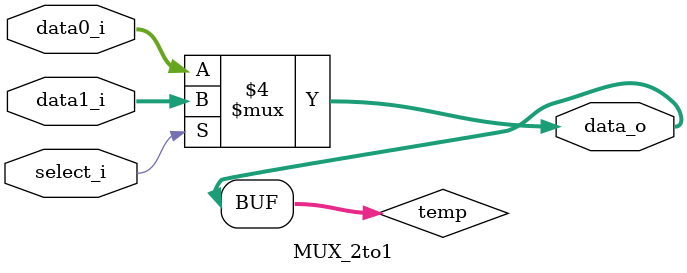
<source format=v>
/***************************************************
Student Name: ¤ý°öºÓ ¬I®a»ô
Student ID: 0816137 0716241
***************************************************/

`timescale 1ns/1ps

module MUX_2to1(
	input  [32-1:0] data0_i,       
	input  [32-1:0] data1_i,
	input       	select_i,
	output [32-1:0] data_o
               );
			   
/* Write your code HERE */
reg [32-1:0]temp;
assign data_o=temp;
always@(*)
begin
	if(select_i==0)
		temp<=data0_i;
	else
		temp<=data1_i;
end
endmodule      
          
</source>
